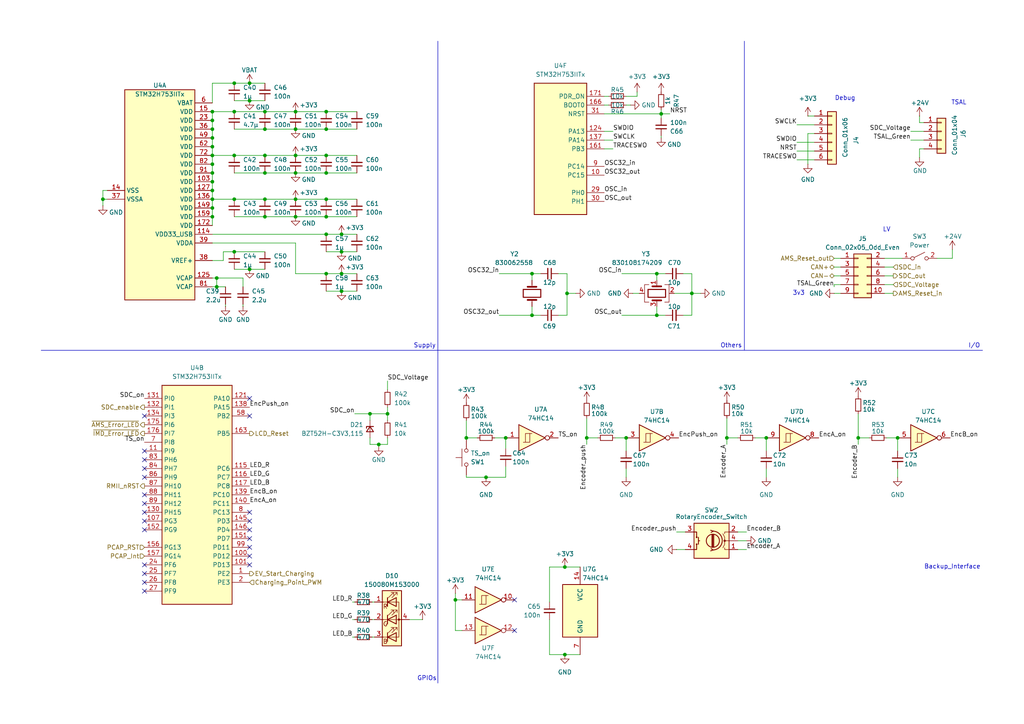
<source format=kicad_sch>
(kicad_sch
	(version 20250114)
	(generator "eeschema")
	(generator_version "9.0")
	(uuid "35b8a975-a1f8-4a47-8395-8e1ea283b386")
	(paper "A4")
	
	(text "Supply"
		(exclude_from_sim no)
		(at 123.19 100.33 0)
		(effects
			(font
				(size 1.27 1.27)
			)
		)
		(uuid "131e0615-657c-4f59-929d-0b7601842308")
	)
	(text "Backup_Interface"
		(exclude_from_sim no)
		(at 276.225 164.465 0)
		(effects
			(font
				(size 1.27 1.27)
			)
		)
		(uuid "15d77424-d13c-4f90-9f96-be8bf1adf8cc")
	)
	(text "3v3"
		(exclude_from_sim no)
		(at 229.87 85.09 0)
		(effects
			(font
				(size 1.27 1.27)
			)
			(justify left)
		)
		(uuid "364922e6-446e-413c-878a-bdcedb16435f")
	)
	(text "Debug"
		(exclude_from_sim no)
		(at 245.11 28.575 0)
		(effects
			(font
				(size 1.27 1.27)
			)
		)
		(uuid "79c5fecb-7e44-4b5c-b26a-b9a1ead8d6a7")
	)
	(text "GPIOs"
		(exclude_from_sim no)
		(at 123.825 196.85 0)
		(effects
			(font
				(size 1.27 1.27)
			)
		)
		(uuid "874e0f0d-b925-486e-858d-0f71e7baf11c")
	)
	(text "Others"
		(exclude_from_sim no)
		(at 212.09 100.33 0)
		(effects
			(font
				(size 1.27 1.27)
			)
		)
		(uuid "8c39beda-3239-4b4d-a394-cb66f7a7e4ef")
	)
	(text "LV"
		(exclude_from_sim no)
		(at 257.175 66.675 0)
		(effects
			(font
				(size 1.27 1.27)
			)
		)
		(uuid "8e72c987-571c-4fd1-98e2-d688bb9b9a23")
	)
	(text "TSAL"
		(exclude_from_sim no)
		(at 278.13 29.845 0)
		(effects
			(font
				(size 1.27 1.27)
			)
		)
		(uuid "b0e08e63-728e-465b-a9bb-a2354a70eaa5")
	)
	(text "I/O"
		(exclude_from_sim no)
		(at 282.575 100.33 0)
		(effects
			(font
				(size 1.27 1.27)
			)
		)
		(uuid "f89b8e88-7ad7-41ce-a0a0-f0fc435a26ef")
	)
	(junction
		(at 210.82 127)
		(diameter 0)
		(color 0 0 0 0)
		(uuid "03054f2e-9208-4716-83d7-1967059eae49")
	)
	(junction
		(at 61.595 60.325)
		(diameter 0)
		(color 0 0 0 0)
		(uuid "0639ff6d-0fa4-4a92-9101-ae69b2e89fd2")
	)
	(junction
		(at 135.255 127)
		(diameter 0)
		(color 0 0 0 0)
		(uuid "0da62957-c2c4-4942-91bd-ffb8d4251c5e")
	)
	(junction
		(at 67.945 32.385)
		(diameter 0)
		(color 0 0 0 0)
		(uuid "1277a601-4d5f-42fb-a0c5-a1f18ba0016e")
	)
	(junction
		(at 260.35 127)
		(diameter 0)
		(color 0 0 0 0)
		(uuid "1ec9d057-6b69-4bff-b2f9-d0b216a47459")
	)
	(junction
		(at 181.61 127)
		(diameter 0)
		(color 0 0 0 0)
		(uuid "1fbd7fc5-8c6d-4ada-afcb-22c60ceb9e34")
	)
	(junction
		(at 132.08 173.99)
		(diameter 0)
		(color 0 0 0 0)
		(uuid "2372f2f0-8b6b-4ba0-8156-48184e2d7c4f")
	)
	(junction
		(at 163.83 164.465)
		(diameter 0)
		(color 0 0 0 0)
		(uuid "32af624e-2218-4443-87a1-2186e9d667d8")
	)
	(junction
		(at 170.18 127)
		(diameter 0)
		(color 0 0 0 0)
		(uuid "384fafa7-2dc2-475f-b12a-20aa52e1d930")
	)
	(junction
		(at 112.395 120.015)
		(diameter 0)
		(color 0 0 0 0)
		(uuid "38d409b5-2312-4643-b1fc-fd0131fce598")
	)
	(junction
		(at 67.945 57.785)
		(diameter 0)
		(color 0 0 0 0)
		(uuid "3a44a5b6-35e6-477b-bf34-724cef99df7e")
	)
	(junction
		(at 61.595 32.385)
		(diameter 0)
		(color 0 0 0 0)
		(uuid "3b2e415b-e57a-4f5e-b680-987d6e0ee75d")
	)
	(junction
		(at 76.835 45.085)
		(diameter 0)
		(color 0 0 0 0)
		(uuid "412c5816-2822-46ca-a32f-61cb431bfe1e")
	)
	(junction
		(at 61.595 34.925)
		(diameter 0)
		(color 0 0 0 0)
		(uuid "430d2d22-0f07-45e6-a066-ebb18e98b45d")
	)
	(junction
		(at 94.615 79.375)
		(diameter 0)
		(color 0 0 0 0)
		(uuid "432f5d77-435d-4ec6-8d84-c3578eca972e")
	)
	(junction
		(at 85.725 50.165)
		(diameter 0)
		(color 0 0 0 0)
		(uuid "43f5a8a8-38be-4f74-81aa-71bbc42e5709")
	)
	(junction
		(at 248.92 127)
		(diameter 0)
		(color 0 0 0 0)
		(uuid "46587df5-c4cb-464f-b081-46b2e985f2df")
	)
	(junction
		(at 99.06 84.455)
		(diameter 0)
		(color 0 0 0 0)
		(uuid "4904ae19-57ee-4766-a793-026af6184969")
	)
	(junction
		(at 61.595 57.785)
		(diameter 0)
		(color 0 0 0 0)
		(uuid "4a33e8c1-b15f-4db0-b29d-1dd2148aad9a")
	)
	(junction
		(at 85.725 57.785)
		(diameter 0)
		(color 0 0 0 0)
		(uuid "4bd9b2ee-526d-4e54-8543-852c7a6f1074")
	)
	(junction
		(at 61.595 40.005)
		(diameter 0)
		(color 0 0 0 0)
		(uuid "4bef900f-dc66-42af-b560-e8cc8d6a6bce")
	)
	(junction
		(at 61.595 37.465)
		(diameter 0)
		(color 0 0 0 0)
		(uuid "4c2b925c-0792-420d-8f18-1f562d9b6ba2")
	)
	(junction
		(at 99.06 73.025)
		(diameter 0)
		(color 0 0 0 0)
		(uuid "4ff38491-b732-4bec-930a-4ca407ceb858")
	)
	(junction
		(at 107.315 120.015)
		(diameter 0)
		(color 0 0 0 0)
		(uuid "543660ff-ca23-4fad-8505-bcc3272f30b0")
	)
	(junction
		(at 164.465 85.09)
		(diameter 0)
		(color 0 0 0 0)
		(uuid "556ed635-fced-44e3-845c-f708c990d149")
	)
	(junction
		(at 163.83 189.865)
		(diameter 0)
		(color 0 0 0 0)
		(uuid "57546ade-761b-45ef-9890-daec7eb5d082")
	)
	(junction
		(at 94.615 67.945)
		(diameter 0)
		(color 0 0 0 0)
		(uuid "58f143f7-5a5b-4ff8-89cf-03a63964eb53")
	)
	(junction
		(at 190.5 79.375)
		(diameter 0)
		(color 0 0 0 0)
		(uuid "592f8bd9-4310-4fe4-b840-3718d5a08ff0")
	)
	(junction
		(at 85.725 37.465)
		(diameter 0)
		(color 0 0 0 0)
		(uuid "5a46c399-0f9f-4049-86b9-32bfb792b0a4")
	)
	(junction
		(at 67.945 24.13)
		(diameter 0)
		(color 0 0 0 0)
		(uuid "5ee7831a-b9cd-4699-8b90-ccd7a33a516a")
	)
	(junction
		(at 94.615 62.865)
		(diameter 0)
		(color 0 0 0 0)
		(uuid "62af3ba4-2380-4137-9c4c-8f703fa148db")
	)
	(junction
		(at 222.25 127)
		(diameter 0)
		(color 0 0 0 0)
		(uuid "68357784-7318-43f3-becd-152fcf669e7d")
	)
	(junction
		(at 85.725 32.385)
		(diameter 0)
		(color 0 0 0 0)
		(uuid "6b4ae941-68bd-4806-b564-6051c3e374f6")
	)
	(junction
		(at 61.595 47.625)
		(diameter 0)
		(color 0 0 0 0)
		(uuid "6e7d6e8b-008e-46f2-97bf-300e301fcdc5")
	)
	(junction
		(at 72.39 29.21)
		(diameter 0)
		(color 0 0 0 0)
		(uuid "84972f59-b0b8-441f-aae9-7917b0ac015f")
	)
	(junction
		(at 85.725 45.085)
		(diameter 0)
		(color 0 0 0 0)
		(uuid "84d185bd-171c-460f-91bf-66aa757880e7")
	)
	(junction
		(at 76.835 37.465)
		(diameter 0)
		(color 0 0 0 0)
		(uuid "8a3e42ba-433e-476e-bec8-923cd84f46fb")
	)
	(junction
		(at 62.865 80.645)
		(diameter 0)
		(color 0 0 0 0)
		(uuid "8cfcfbe3-2182-44fe-813d-a0d735c8f663")
	)
	(junction
		(at 61.595 52.705)
		(diameter 0)
		(color 0 0 0 0)
		(uuid "93864b3d-3224-4702-bf3d-2ed04340069c")
	)
	(junction
		(at 99.06 79.375)
		(diameter 0)
		(color 0 0 0 0)
		(uuid "9e0818cf-2913-43d0-81ad-5fd7c6a3ddb1")
	)
	(junction
		(at 140.97 138.43)
		(diameter 0)
		(color 0 0 0 0)
		(uuid "a2af58c6-5f1e-4b3e-b0c0-12a279005486")
	)
	(junction
		(at 76.835 50.165)
		(diameter 0)
		(color 0 0 0 0)
		(uuid "a8da62c7-b5b2-4a05-8568-ce944b258201")
	)
	(junction
		(at 190.5 91.44)
		(diameter 0)
		(color 0 0 0 0)
		(uuid "ac9f37a4-8446-4a5b-a6ff-9f608799a097")
	)
	(junction
		(at 61.595 50.165)
		(diameter 0)
		(color 0 0 0 0)
		(uuid "b510fd1a-117a-465f-a751-9a561bd2ac96")
	)
	(junction
		(at 61.595 42.545)
		(diameter 0)
		(color 0 0 0 0)
		(uuid "b530e2a2-741c-4c76-ace0-7d60e6d206ce")
	)
	(junction
		(at 94.615 57.785)
		(diameter 0)
		(color 0 0 0 0)
		(uuid "bca7b570-75fa-40a7-a5dd-b415eee9e6fa")
	)
	(junction
		(at 94.615 50.165)
		(diameter 0)
		(color 0 0 0 0)
		(uuid "bcf0274b-9b82-4ddd-b442-da13a9d22e46")
	)
	(junction
		(at 67.945 73.025)
		(diameter 0)
		(color 0 0 0 0)
		(uuid "bdeb1722-eb35-4647-a7e0-350ed2e01785")
	)
	(junction
		(at 200.66 85.09)
		(diameter 0)
		(color 0 0 0 0)
		(uuid "c2234057-b903-484a-a2e3-a32a8859901c")
	)
	(junction
		(at 85.725 62.865)
		(diameter 0)
		(color 0 0 0 0)
		(uuid "c55b6c0a-705b-4ad7-afc8-beda683bc62e")
	)
	(junction
		(at 67.945 45.085)
		(diameter 0)
		(color 0 0 0 0)
		(uuid "ced6b67c-b589-447b-b173-eb3d5278bd77")
	)
	(junction
		(at 99.06 67.945)
		(diameter 0)
		(color 0 0 0 0)
		(uuid "ceeeb9fd-c3cf-438c-9822-df85739f3524")
	)
	(junction
		(at 191.77 33.02)
		(diameter 0)
		(color 0 0 0 0)
		(uuid "d01fb329-49c1-4312-9a86-8c2522e92a75")
	)
	(junction
		(at 62.865 83.185)
		(diameter 0)
		(color 0 0 0 0)
		(uuid "d0df2f86-54f0-4bae-b213-b29ec835bcc8")
	)
	(junction
		(at 72.39 24.13)
		(diameter 0)
		(color 0 0 0 0)
		(uuid "d181dd89-adb0-44ef-b5de-42f46220a519")
	)
	(junction
		(at 154.305 91.44)
		(diameter 0)
		(color 0 0 0 0)
		(uuid "d62f36d0-5342-483c-96b2-d979dd1cfd28")
	)
	(junction
		(at 154.305 79.375)
		(diameter 0)
		(color 0 0 0 0)
		(uuid "d7b6fc6c-855c-4ad5-b8db-ffb1631d4d8e")
	)
	(junction
		(at 29.845 57.785)
		(diameter 0)
		(color 0 0 0 0)
		(uuid "da4a391a-8756-4bbe-ad5d-6a5d7cc0698f")
	)
	(junction
		(at 72.39 78.105)
		(diameter 0)
		(color 0 0 0 0)
		(uuid "dc976682-daa7-427b-b632-e4e6f1b2f4a5")
	)
	(junction
		(at 146.685 127)
		(diameter 0)
		(color 0 0 0 0)
		(uuid "ddd035ed-81df-49e3-9245-82755440f4a5")
	)
	(junction
		(at 61.595 55.245)
		(diameter 0)
		(color 0 0 0 0)
		(uuid "e0d34c7c-a2c8-4d45-a4be-7edc074c7759")
	)
	(junction
		(at 94.615 32.385)
		(diameter 0)
		(color 0 0 0 0)
		(uuid "e6ae9a3e-d48c-4e18-9235-74fe81b4c978")
	)
	(junction
		(at 61.595 62.865)
		(diameter 0)
		(color 0 0 0 0)
		(uuid "eea696d1-0980-4f7d-9ba9-1ff3dcb2b606")
	)
	(junction
		(at 76.835 57.785)
		(diameter 0)
		(color 0 0 0 0)
		(uuid "f3f74bf6-10b1-4218-bfb6-61ef3118c054")
	)
	(junction
		(at 76.835 62.865)
		(diameter 0)
		(color 0 0 0 0)
		(uuid "f5150f2b-4683-49e5-a470-3066104142ee")
	)
	(junction
		(at 61.595 45.085)
		(diameter 0)
		(color 0 0 0 0)
		(uuid "f5abb69e-3023-40b6-8c88-ffed31815111")
	)
	(junction
		(at 76.835 32.385)
		(diameter 0)
		(color 0 0 0 0)
		(uuid "f71381d7-d154-4117-8ffa-0d9e641e8953")
	)
	(junction
		(at 94.615 45.085)
		(diameter 0)
		(color 0 0 0 0)
		(uuid "fa07ce36-60e8-4ebb-8b80-5cc0f863054d")
	)
	(junction
		(at 94.615 37.465)
		(diameter 0)
		(color 0 0 0 0)
		(uuid "fea021c6-6169-4cbd-bd9b-0c0e6e7bdfc0")
	)
	(junction
		(at 109.855 128.905)
		(diameter 0)
		(color 0 0 0 0)
		(uuid "fee4a54d-fd10-4b4f-97f2-238b76d9efae")
	)
	(no_connect
		(at 72.39 161.29)
		(uuid "0576ea35-f83d-4e20-b983-4c8b7d9509b4")
	)
	(no_connect
		(at 72.39 153.67)
		(uuid "0979849e-710e-47b6-86d7-e9c688b9aa11")
	)
	(no_connect
		(at 41.91 168.91)
		(uuid "1ab33352-5df0-41d3-8a2b-70622302d93e")
	)
	(no_connect
		(at 149.225 182.88)
		(uuid "29403ca2-cc18-4015-b634-200487c369b9")
	)
	(no_connect
		(at 72.39 163.83)
		(uuid "4410c5c1-a77d-4511-a747-adf545451880")
	)
	(no_connect
		(at 72.39 156.21)
		(uuid "4f5fb956-ecd3-4e6a-b104-4f11672ec02d")
	)
	(no_connect
		(at 72.39 115.57)
		(uuid "554342c8-e8a6-401a-9844-51d2683b8c11")
	)
	(no_connect
		(at 72.39 148.59)
		(uuid "56d7413a-87a1-4ad6-8dbd-0da9468a8192")
	)
	(no_connect
		(at 41.91 153.67)
		(uuid "5cb0fac4-5588-43dd-a51e-c4f003bc7824")
	)
	(no_connect
		(at 41.91 148.59)
		(uuid "69384793-4239-403d-874d-b47a9ebff07d")
	)
	(no_connect
		(at 41.91 171.45)
		(uuid "7e0e686d-2fb2-4695-9b96-f6d8257bde24")
	)
	(no_connect
		(at 41.91 143.51)
		(uuid "83226d1a-7a17-4132-bafe-0c6aa7a29673")
	)
	(no_connect
		(at 149.225 173.99)
		(uuid "8cf95af1-9033-42fe-8297-3430137568f8")
	)
	(no_connect
		(at 72.39 151.13)
		(uuid "96871d32-c453-42c5-bf6f-f37ed9c4897b")
	)
	(no_connect
		(at 41.91 120.65)
		(uuid "bf91d5ab-3192-49f6-a0f3-cb8a4dc750a6")
	)
	(no_connect
		(at 41.91 166.37)
		(uuid "c047b6c2-2357-4733-8e67-2cd2475b6982")
	)
	(no_connect
		(at 41.91 138.43)
		(uuid "c17d3ccd-81ba-4fdd-af5d-4cffde13a405")
	)
	(no_connect
		(at 41.91 133.35)
		(uuid "c2dec42b-d8b6-4fba-8ad8-3058ad41867c")
	)
	(no_connect
		(at 41.91 130.81)
		(uuid "cb35255e-15c1-4414-bab0-36e7e6123437")
	)
	(no_connect
		(at 72.39 120.65)
		(uuid "cf225bd0-a812-4259-9c6d-76bce07b2df2")
	)
	(no_connect
		(at 41.91 135.89)
		(uuid "cf870591-39f4-4cb8-9b41-ec579bc32917")
	)
	(no_connect
		(at 41.91 151.13)
		(uuid "d187bd36-9147-40e9-9890-05ffb8be5838")
	)
	(no_connect
		(at 41.91 146.05)
		(uuid "e0470519-9119-4305-bb41-2d8661a35767")
	)
	(no_connect
		(at 72.39 158.75)
		(uuid "e38f9f38-fab1-4a5d-8735-35ab6dacc3c2")
	)
	(no_connect
		(at 41.91 163.83)
		(uuid "e3a1c579-c1e8-4e0a-be47-865c53293241")
	)
	(wire
		(pts
			(xy 29.845 55.245) (xy 29.845 57.785)
		)
		(stroke
			(width 0)
			(type default)
		)
		(uuid "032e93c1-425f-4fcb-aba6-03ae1c74082b")
	)
	(wire
		(pts
			(xy 61.595 50.165) (xy 61.595 52.705)
		)
		(stroke
			(width 0)
			(type default)
		)
		(uuid "04debeef-549a-4c39-927b-69f1f0139e70")
	)
	(wire
		(pts
			(xy 102.235 184.785) (xy 102.87 184.785)
		)
		(stroke
			(width 0)
			(type default)
		)
		(uuid "05c2eb4c-a567-4a7b-9a8b-6cba89516905")
	)
	(wire
		(pts
			(xy 163.83 164.465) (xy 159.385 164.465)
		)
		(stroke
			(width 0)
			(type default)
		)
		(uuid "07a82d9a-9ca8-4d08-8726-f180541b7083")
	)
	(wire
		(pts
			(xy 94.615 84.455) (xy 99.06 84.455)
		)
		(stroke
			(width 0)
			(type default)
		)
		(uuid "0897e0f0-120b-400e-bb14-897e40e7b02d")
	)
	(wire
		(pts
			(xy 61.595 45.085) (xy 61.595 47.625)
		)
		(stroke
			(width 0)
			(type default)
		)
		(uuid "097118d6-edc8-4348-b70f-10344c435092")
	)
	(wire
		(pts
			(xy 276.225 74.93) (xy 271.78 74.93)
		)
		(stroke
			(width 0)
			(type default)
		)
		(uuid "0abfaed6-42e2-4ebd-ac06-07b93585aba9")
	)
	(wire
		(pts
			(xy 210.82 121.285) (xy 210.82 127)
		)
		(stroke
			(width 0)
			(type default)
		)
		(uuid "0acb257e-2494-4ba3-9e68-77f675c74b58")
	)
	(wire
		(pts
			(xy 132.08 173.99) (xy 133.985 173.99)
		)
		(stroke
			(width 0)
			(type default)
		)
		(uuid "0c12a21c-7010-4ff8-acfb-f02a5c09dbb8")
	)
	(wire
		(pts
			(xy 164.465 79.375) (xy 161.925 79.375)
		)
		(stroke
			(width 0)
			(type default)
		)
		(uuid "0f6e8366-0d81-4da7-9f30-62173a06d853")
	)
	(wire
		(pts
			(xy 144.78 91.44) (xy 154.305 91.44)
		)
		(stroke
			(width 0)
			(type default)
		)
		(uuid "0f761e8c-44a9-43ba-8303-ba52fba04da2")
	)
	(wire
		(pts
			(xy 94.615 32.385) (xy 103.505 32.385)
		)
		(stroke
			(width 0)
			(type default)
		)
		(uuid "0fa1f5e0-0ffe-4f7d-bf74-e541cdb35448")
	)
	(wire
		(pts
			(xy 67.945 29.21) (xy 72.39 29.21)
		)
		(stroke
			(width 0)
			(type default)
		)
		(uuid "104524c5-4e85-46bb-8fcf-6e42d9b60b65")
	)
	(wire
		(pts
			(xy 196.215 154.305) (xy 198.755 154.305)
		)
		(stroke
			(width 0)
			(type default)
		)
		(uuid "10bcdded-64db-4cbe-937c-70873d7cfb8e")
	)
	(wire
		(pts
			(xy 154.305 88.9) (xy 154.305 91.44)
		)
		(stroke
			(width 0)
			(type default)
		)
		(uuid "11e88f10-3504-432d-b8ed-d3a2e1236c08")
	)
	(wire
		(pts
			(xy 159.385 179.705) (xy 159.385 189.865)
		)
		(stroke
			(width 0)
			(type default)
		)
		(uuid "12993ed2-1dc1-4d0e-86ff-959c1d8c40f6")
	)
	(wire
		(pts
			(xy 156.845 79.375) (xy 154.305 79.375)
		)
		(stroke
			(width 0)
			(type default)
		)
		(uuid "13465972-5b15-4360-a8d8-10dafd7f715f")
	)
	(wire
		(pts
			(xy 61.595 80.645) (xy 62.865 80.645)
		)
		(stroke
			(width 0)
			(type default)
		)
		(uuid "148b4878-4176-450e-a5d5-e6bfe383516f")
	)
	(wire
		(pts
			(xy 276.225 72.39) (xy 276.225 74.93)
		)
		(stroke
			(width 0)
			(type default)
		)
		(uuid "149f6158-2d55-4904-9005-6a7af8f5b0bd")
	)
	(wire
		(pts
			(xy 61.595 70.485) (xy 85.725 70.485)
		)
		(stroke
			(width 0)
			(type default)
		)
		(uuid "17aaff2b-efe1-44db-8c2b-80df99259895")
	)
	(wire
		(pts
			(xy 266.7 45.72) (xy 266.7 43.18)
		)
		(stroke
			(width 0)
			(type default)
		)
		(uuid "17af4a42-5d6e-4b1d-a623-823e298f89ff")
	)
	(wire
		(pts
			(xy 248.92 120.015) (xy 248.92 127)
		)
		(stroke
			(width 0)
			(type default)
		)
		(uuid "189cc12e-17f9-4ac7-a5e3-046d825e6b14")
	)
	(wire
		(pts
			(xy 99.06 67.945) (xy 103.505 67.945)
		)
		(stroke
			(width 0)
			(type default)
		)
		(uuid "1a1d5fa7-6a93-453f-bf03-bdc034a2e77b")
	)
	(wire
		(pts
			(xy 94.615 57.785) (xy 103.505 57.785)
		)
		(stroke
			(width 0)
			(type default)
		)
		(uuid "1c4dff5e-c946-4edf-b17e-21144a60469e")
	)
	(wire
		(pts
			(xy 241.935 77.47) (xy 243.84 77.47)
		)
		(stroke
			(width 0)
			(type default)
		)
		(uuid "1d2e0e02-2515-4d66-aeb3-65162d89a3f4")
	)
	(wire
		(pts
			(xy 184.785 27.94) (xy 181.61 27.94)
		)
		(stroke
			(width 0)
			(type default)
		)
		(uuid "1f04f8da-308f-4d4b-b645-ba6a9e3ab5d0")
	)
	(wire
		(pts
			(xy 76.835 32.385) (xy 85.725 32.385)
		)
		(stroke
			(width 0)
			(type default)
		)
		(uuid "1faf3668-c96e-4421-a896-b7c77f08f668")
	)
	(wire
		(pts
			(xy 61.595 83.185) (xy 62.865 83.185)
		)
		(stroke
			(width 0)
			(type default)
		)
		(uuid "1ffb5664-1168-4c3c-85d6-4fdbdf0c4e6e")
	)
	(wire
		(pts
			(xy 264.16 38.1) (xy 267.97 38.1)
		)
		(stroke
			(width 0)
			(type default)
		)
		(uuid "24d23fd4-dde8-468b-82b9-b8390fc82a84")
	)
	(wire
		(pts
			(xy 135.255 121.92) (xy 135.255 127)
		)
		(stroke
			(width 0)
			(type default)
		)
		(uuid "24dd2109-d885-4f25-9b95-438c9c83cf53")
	)
	(wire
		(pts
			(xy 180.34 91.44) (xy 190.5 91.44)
		)
		(stroke
			(width 0)
			(type default)
		)
		(uuid "253dfb7b-e994-492e-9366-0b579cd2b921")
	)
	(wire
		(pts
			(xy 175.26 43.18) (xy 177.8 43.18)
		)
		(stroke
			(width 0)
			(type default)
		)
		(uuid "2648ca35-0d3b-41fc-a0c7-4426c47646af")
	)
	(wire
		(pts
			(xy 178.435 127) (xy 181.61 127)
		)
		(stroke
			(width 0)
			(type default)
		)
		(uuid "2648ed24-8d46-4019-81af-59cb3d3be6ef")
	)
	(wire
		(pts
			(xy 191.77 31.75) (xy 191.77 33.02)
		)
		(stroke
			(width 0)
			(type default)
		)
		(uuid "26c33951-823a-4537-8b37-6d067360a301")
	)
	(wire
		(pts
			(xy 112.395 128.905) (xy 112.395 127)
		)
		(stroke
			(width 0)
			(type default)
		)
		(uuid "2c4f26c5-5c63-4935-8730-31c29fa84cce")
	)
	(wire
		(pts
			(xy 181.61 127) (xy 181.61 130.81)
		)
		(stroke
			(width 0)
			(type default)
		)
		(uuid "2cdd5f51-0d96-4792-81bb-d51b64b09cb3")
	)
	(wire
		(pts
			(xy 61.595 24.13) (xy 67.945 24.13)
		)
		(stroke
			(width 0)
			(type default)
		)
		(uuid "309416c5-01a5-479d-b151-4aa15c679aae")
	)
	(wire
		(pts
			(xy 85.725 79.375) (xy 94.615 79.375)
		)
		(stroke
			(width 0)
			(type default)
		)
		(uuid "310b3c16-f636-42e3-92d9-8323bba36848")
	)
	(wire
		(pts
			(xy 76.835 37.465) (xy 85.725 37.465)
		)
		(stroke
			(width 0)
			(type default)
		)
		(uuid "330ea2aa-85e8-4ceb-99f4-7100f8ce0417")
	)
	(wire
		(pts
			(xy 191.77 33.02) (xy 194.31 33.02)
		)
		(stroke
			(width 0)
			(type default)
		)
		(uuid "347806f3-c012-4e14-b373-8933bd8734e0")
	)
	(wire
		(pts
			(xy 76.835 57.785) (xy 85.725 57.785)
		)
		(stroke
			(width 0)
			(type default)
		)
		(uuid "36d2f170-42d7-42b6-bedf-1e807c2cdfa4")
	)
	(wire
		(pts
			(xy 132.08 182.88) (xy 133.985 182.88)
		)
		(stroke
			(width 0)
			(type default)
		)
		(uuid "37e53374-fbe2-4c94-9df6-af2d252aceb1")
	)
	(wire
		(pts
			(xy 61.595 42.545) (xy 61.595 45.085)
		)
		(stroke
			(width 0)
			(type default)
		)
		(uuid "3ef07bc0-0d1b-4958-a3ce-4224cfe09f5c")
	)
	(wire
		(pts
			(xy 175.26 30.48) (xy 176.53 30.48)
		)
		(stroke
			(width 0)
			(type default)
		)
		(uuid "403943a3-7606-4350-b9f9-7a83a426e950")
	)
	(wire
		(pts
			(xy 107.315 120.015) (xy 107.315 121.92)
		)
		(stroke
			(width 0)
			(type default)
		)
		(uuid "40f3fbab-c25f-4c9a-a6ab-fb4449cf418a")
	)
	(wire
		(pts
			(xy 67.945 73.025) (xy 76.835 73.025)
		)
		(stroke
			(width 0)
			(type default)
		)
		(uuid "41a4017a-ed14-481c-94d2-358f975fdabf")
	)
	(wire
		(pts
			(xy 146.685 135.255) (xy 146.685 138.43)
		)
		(stroke
			(width 0)
			(type default)
		)
		(uuid "42a6c1c1-0bec-4a64-ba97-022485632b2c")
	)
	(wire
		(pts
			(xy 196.215 159.385) (xy 198.755 159.385)
		)
		(stroke
			(width 0)
			(type default)
		)
		(uuid "45efd4b5-380f-4cd4-904f-cf4fa9f9daec")
	)
	(wire
		(pts
			(xy 99.06 79.375) (xy 103.505 79.375)
		)
		(stroke
			(width 0)
			(type default)
		)
		(uuid "4744999c-668b-4ef7-aadc-3605c6b773bc")
	)
	(wire
		(pts
			(xy 241.935 82.55) (xy 243.84 82.55)
		)
		(stroke
			(width 0)
			(type default)
		)
		(uuid "4a8c75fc-97c8-4a4c-ae30-d2dd3740701b")
	)
	(wire
		(pts
			(xy 94.615 67.945) (xy 99.06 67.945)
		)
		(stroke
			(width 0)
			(type default)
		)
		(uuid "4b920d01-933a-491c-99e7-03b14beb823a")
	)
	(wire
		(pts
			(xy 31.115 57.785) (xy 29.845 57.785)
		)
		(stroke
			(width 0)
			(type default)
		)
		(uuid "4d5c3bc0-56ca-42fc-9e4b-f425c7170797")
	)
	(wire
		(pts
			(xy 64.77 75.565) (xy 64.77 73.025)
		)
		(stroke
			(width 0)
			(type default)
		)
		(uuid "50907a1c-ae3b-4cb2-8b1f-a2bbd698e6e7")
	)
	(wire
		(pts
			(xy 164.465 85.09) (xy 164.465 79.375)
		)
		(stroke
			(width 0)
			(type default)
		)
		(uuid "50b98742-cad0-4c19-a7a0-a62a29ac5fcc")
	)
	(wire
		(pts
			(xy 260.35 135.89) (xy 260.35 138.43)
		)
		(stroke
			(width 0)
			(type default)
		)
		(uuid "5248ae66-747b-402d-b1e1-3923ddbceb53")
	)
	(wire
		(pts
			(xy 109.855 129.54) (xy 109.855 128.905)
		)
		(stroke
			(width 0)
			(type default)
		)
		(uuid "55392592-7026-4f7e-ac69-d16b34d6c332")
	)
	(wire
		(pts
			(xy 193.04 79.375) (xy 190.5 79.375)
		)
		(stroke
			(width 0)
			(type default)
		)
		(uuid "555e9d66-742b-4eec-a060-e02888a73929")
	)
	(wire
		(pts
			(xy 175.26 38.1) (xy 177.8 38.1)
		)
		(stroke
			(width 0)
			(type default)
		)
		(uuid "57d04a43-6d2e-4867-91ea-a8b774abf2a0")
	)
	(wire
		(pts
			(xy 190.5 79.375) (xy 190.5 81.28)
		)
		(stroke
			(width 0)
			(type default)
		)
		(uuid "5a7fb71b-fa03-4ad2-9d6d-61e0ee9e0398")
	)
	(wire
		(pts
			(xy 72.39 78.105) (xy 76.835 78.105)
		)
		(stroke
			(width 0)
			(type default)
		)
		(uuid "5aff9e20-a3fa-44e2-b265-1bacc7296e59")
	)
	(polyline
		(pts
			(xy 215.9 11.938) (xy 215.9 101.6)
		)
		(stroke
			(width 0)
			(type default)
		)
		(uuid "5d5a5bf6-27d1-48b9-96a5-b3ec58aa8e29")
	)
	(wire
		(pts
			(xy 191.77 34.29) (xy 191.77 33.02)
		)
		(stroke
			(width 0)
			(type default)
		)
		(uuid "60b71a6b-1157-4946-bc97-0a3329be562e")
	)
	(wire
		(pts
			(xy 163.83 189.865) (xy 168.275 189.865)
		)
		(stroke
			(width 0)
			(type default)
		)
		(uuid "6135ec72-54f1-443e-a5b5-c37342bd387e")
	)
	(wire
		(pts
			(xy 107.95 179.705) (xy 108.585 179.705)
		)
		(stroke
			(width 0)
			(type default)
		)
		(uuid "62b842d4-cccf-48c1-93fb-672495a4281c")
	)
	(wire
		(pts
			(xy 85.725 32.385) (xy 94.615 32.385)
		)
		(stroke
			(width 0)
			(type default)
		)
		(uuid "6303d52b-100d-46f3-a928-30836b82f1cc")
	)
	(wire
		(pts
			(xy 94.615 50.165) (xy 103.505 50.165)
		)
		(stroke
			(width 0)
			(type default)
		)
		(uuid "6396b971-f44f-406f-9e4e-0613cb6bf000")
	)
	(wire
		(pts
			(xy 135.255 127.635) (xy 135.255 127)
		)
		(stroke
			(width 0)
			(type default)
		)
		(uuid "64e3a189-c1ad-459d-995d-a0035f523f27")
	)
	(wire
		(pts
			(xy 112.395 120.015) (xy 107.315 120.015)
		)
		(stroke
			(width 0)
			(type default)
		)
		(uuid "6625ace8-7df0-49fe-be18-552f69797353")
	)
	(wire
		(pts
			(xy 72.39 24.13) (xy 76.835 24.13)
		)
		(stroke
			(width 0)
			(type default)
		)
		(uuid "67d92ab7-6b27-413e-9d68-7d1c5c2811e8")
	)
	(wire
		(pts
			(xy 67.945 37.465) (xy 76.835 37.465)
		)
		(stroke
			(width 0)
			(type default)
		)
		(uuid "6806237e-7ade-4701-8b03-154f1dcd585d")
	)
	(wire
		(pts
			(xy 62.865 80.645) (xy 62.865 83.185)
		)
		(stroke
			(width 0)
			(type default)
		)
		(uuid "699dd2c1-53e2-49fe-bbd5-cf80b6de5d61")
	)
	(wire
		(pts
			(xy 61.595 57.785) (xy 61.595 60.325)
		)
		(stroke
			(width 0)
			(type default)
		)
		(uuid "6a586c9f-68a8-4812-82a9-a5e31d2a3515")
	)
	(wire
		(pts
			(xy 170.18 121.285) (xy 170.18 127)
		)
		(stroke
			(width 0)
			(type default)
		)
		(uuid "6be6246e-4199-4714-be23-b158dcd26c83")
	)
	(wire
		(pts
			(xy 118.745 179.705) (xy 122.555 179.705)
		)
		(stroke
			(width 0)
			(type default)
		)
		(uuid "6d45df03-d4db-468d-b940-85424d61490f")
	)
	(wire
		(pts
			(xy 184.785 26.67) (xy 184.785 27.94)
		)
		(stroke
			(width 0)
			(type default)
		)
		(uuid "6d4f3bce-43e5-4382-80fd-e1bf727cadaf")
	)
	(wire
		(pts
			(xy 264.16 40.64) (xy 267.97 40.64)
		)
		(stroke
			(width 0)
			(type default)
		)
		(uuid "6e4c3d8c-0039-454c-9ed5-ebed97a25dfd")
	)
	(wire
		(pts
			(xy 200.66 91.44) (xy 200.66 85.09)
		)
		(stroke
			(width 0)
			(type default)
		)
		(uuid "6e65cf2f-79a8-42d3-a1d9-dc3348bdfd63")
	)
	(wire
		(pts
			(xy 260.35 127) (xy 260.35 130.81)
		)
		(stroke
			(width 0)
			(type default)
		)
		(uuid "6ef6778b-bc85-4d70-ac90-14af113f39b0")
	)
	(wire
		(pts
			(xy 234.315 38.735) (xy 236.22 38.735)
		)
		(stroke
			(width 0)
			(type default)
		)
		(uuid "6f73b510-add9-447a-a656-606690f47875")
	)
	(wire
		(pts
			(xy 190.5 91.44) (xy 193.04 91.44)
		)
		(stroke
			(width 0)
			(type default)
		)
		(uuid "703d9349-c8a4-4a59-8d3d-5b12a6be4b90")
	)
	(wire
		(pts
			(xy 181.61 135.89) (xy 181.61 138.43)
		)
		(stroke
			(width 0)
			(type default)
		)
		(uuid "72e34599-0c42-46a0-9c0b-77a570bf18de")
	)
	(wire
		(pts
			(xy 64.77 73.025) (xy 67.945 73.025)
		)
		(stroke
			(width 0)
			(type default)
		)
		(uuid "73b6ecd5-6c6d-4016-bd27-0a2d8d9f1dcb")
	)
	(wire
		(pts
			(xy 222.25 135.89) (xy 222.25 138.43)
		)
		(stroke
			(width 0)
			(type default)
		)
		(uuid "758d34b8-5e0c-4d3e-a8e7-0bf6f0655aa8")
	)
	(wire
		(pts
			(xy 94.615 79.375) (xy 99.06 79.375)
		)
		(stroke
			(width 0)
			(type default)
		)
		(uuid "75c1b770-6d91-48ed-b5bb-2a7474ec1302")
	)
	(wire
		(pts
			(xy 109.855 128.905) (xy 112.395 128.905)
		)
		(stroke
			(width 0)
			(type default)
		)
		(uuid "7914a7e9-5528-4149-9398-b8c7534f01a7")
	)
	(wire
		(pts
			(xy 94.615 37.465) (xy 103.505 37.465)
		)
		(stroke
			(width 0)
			(type default)
		)
		(uuid "79b4f1a0-ad3e-42ad-8d4d-96fdacee2d98")
	)
	(wire
		(pts
			(xy 61.595 75.565) (xy 64.77 75.565)
		)
		(stroke
			(width 0)
			(type default)
		)
		(uuid "7af938fc-d107-4e8b-b420-77fc02771c52")
	)
	(wire
		(pts
			(xy 219.075 127) (xy 222.25 127)
		)
		(stroke
			(width 0)
			(type default)
		)
		(uuid "839b782e-28ab-428d-b1be-7822af7b71cb")
	)
	(wire
		(pts
			(xy 180.34 79.375) (xy 190.5 79.375)
		)
		(stroke
			(width 0)
			(type default)
		)
		(uuid "83a55d68-4ab7-4179-9354-0c5cc77b1c73")
	)
	(wire
		(pts
			(xy 76.835 50.165) (xy 85.725 50.165)
		)
		(stroke
			(width 0)
			(type default)
		)
		(uuid "84e3fdd0-3727-441e-a756-9e0c64b0f45f")
	)
	(polyline
		(pts
			(xy 127 11.938) (xy 127 101.6)
		)
		(stroke
			(width 0)
			(type default)
		)
		(uuid "84f38b85-0f5d-4a4b-80bb-696a14d4aafa")
	)
	(wire
		(pts
			(xy 140.97 138.43) (xy 146.685 138.43)
		)
		(stroke
			(width 0)
			(type default)
		)
		(uuid "86313ec9-c45c-40da-8b43-e3bfab508203")
	)
	(wire
		(pts
			(xy 248.92 127) (xy 252.095 127)
		)
		(stroke
			(width 0)
			(type default)
		)
		(uuid "86947a20-bfbb-470f-ade3-d9f6007b69ac")
	)
	(wire
		(pts
			(xy 175.26 40.64) (xy 177.8 40.64)
		)
		(stroke
			(width 0)
			(type default)
		)
		(uuid "88b8f5b6-3715-41e0-a3a8-0d0e3a6c1e02")
	)
	(wire
		(pts
			(xy 168.275 164.465) (xy 163.83 164.465)
		)
		(stroke
			(width 0)
			(type default)
		)
		(uuid "89e32d00-bc94-4885-82e0-5dd30728688e")
	)
	(wire
		(pts
			(xy 61.595 67.945) (xy 94.615 67.945)
		)
		(stroke
			(width 0)
			(type default)
		)
		(uuid "8b6d86c8-a76b-4172-a3e3-318a9ff50aa3")
	)
	(polyline
		(pts
			(xy 127 101.6) (xy 127 198.12)
		)
		(stroke
			(width 0)
			(type default)
		)
		(uuid "8bcf0b4a-6f01-4a5f-b0f5-c84531e850c3")
	)
	(wire
		(pts
			(xy 210.82 127) (xy 213.995 127)
		)
		(stroke
			(width 0)
			(type default)
		)
		(uuid "8c3414c8-1f18-4d52-9d18-92efb010e968")
	)
	(wire
		(pts
			(xy 102.235 174.625) (xy 102.87 174.625)
		)
		(stroke
			(width 0)
			(type default)
		)
		(uuid "8ebbf762-fbce-49fe-bfeb-dcdacafb24c4")
	)
	(wire
		(pts
			(xy 231.14 41.275) (xy 236.22 41.275)
		)
		(stroke
			(width 0)
			(type default)
		)
		(uuid "9010c615-b8dc-48be-91ed-68e32181e1d7")
	)
	(wire
		(pts
			(xy 190.5 88.9) (xy 190.5 91.44)
		)
		(stroke
			(width 0)
			(type default)
		)
		(uuid "901b9b2d-ac73-44b7-895b-ec05897b6639")
	)
	(wire
		(pts
			(xy 200.66 85.09) (xy 203.2 85.09)
		)
		(stroke
			(width 0)
			(type default)
		)
		(uuid "9093e411-b067-4966-8fa8-328292f3ebea")
	)
	(wire
		(pts
			(xy 61.595 55.245) (xy 61.595 57.785)
		)
		(stroke
			(width 0)
			(type default)
		)
		(uuid "90b8ebde-31c8-4847-a287-5f7fd9675ba3")
	)
	(wire
		(pts
			(xy 243.84 85.09) (xy 241.935 85.09)
		)
		(stroke
			(width 0)
			(type default)
		)
		(uuid "91741062-b740-4586-b9f4-922451ae440c")
	)
	(wire
		(pts
			(xy 170.18 128.905) (xy 170.18 127)
		)
		(stroke
			(width 0)
			(type default)
		)
		(uuid "964c4c95-0edc-42d0-810d-ad4479439d49")
	)
	(wire
		(pts
			(xy 99.06 73.025) (xy 103.505 73.025)
		)
		(stroke
			(width 0)
			(type default)
		)
		(uuid "973662df-2e27-4c95-a259-713a9d128e46")
	)
	(wire
		(pts
			(xy 159.385 164.465) (xy 159.385 174.625)
		)
		(stroke
			(width 0)
			(type default)
		)
		(uuid "978df144-cdde-4d69-8b01-c4fe7024360a")
	)
	(wire
		(pts
			(xy 154.305 91.44) (xy 156.845 91.44)
		)
		(stroke
			(width 0)
			(type default)
		)
		(uuid "97ede80a-b5b1-4149-b441-4a9a24261021")
	)
	(wire
		(pts
			(xy 29.845 57.785) (xy 29.845 59.69)
		)
		(stroke
			(width 0)
			(type default)
		)
		(uuid "98d5f97d-76ee-4339-9fcb-0aad1bffdd91")
	)
	(wire
		(pts
			(xy 266.7 33.655) (xy 266.7 35.56)
		)
		(stroke
			(width 0)
			(type default)
		)
		(uuid "9b45f6d1-d5f6-49df-b13f-a61d564c7e69")
	)
	(wire
		(pts
			(xy 200.66 85.09) (xy 195.58 85.09)
		)
		(stroke
			(width 0)
			(type default)
		)
		(uuid "9cc1ff3f-cefe-4a7e-b237-e926d6edbe05")
	)
	(wire
		(pts
			(xy 266.7 35.56) (xy 267.97 35.56)
		)
		(stroke
			(width 0)
			(type default)
		)
		(uuid "9d514266-0ddd-4350-a00d-f23dcaf52f6f")
	)
	(wire
		(pts
			(xy 107.315 120.015) (xy 102.87 120.015)
		)
		(stroke
			(width 0)
			(type default)
		)
		(uuid "9d8b6b7c-364f-4e1a-8da5-3819b2a08675")
	)
	(wire
		(pts
			(xy 241.935 83.185) (xy 241.935 82.55)
		)
		(stroke
			(width 0)
			(type default)
		)
		(uuid "9f544dbe-c4bf-4ea9-ae26-92987485c5f5")
	)
	(wire
		(pts
			(xy 61.595 47.625) (xy 61.595 50.165)
		)
		(stroke
			(width 0)
			(type default)
		)
		(uuid "9f9ae461-b89c-4786-9861-dda1960da6f7")
	)
	(wire
		(pts
			(xy 67.945 24.13) (xy 72.39 24.13)
		)
		(stroke
			(width 0)
			(type default)
		)
		(uuid "a10ab475-065e-44da-aa1e-4acd1b79678e")
	)
	(wire
		(pts
			(xy 85.725 62.865) (xy 94.615 62.865)
		)
		(stroke
			(width 0)
			(type default)
		)
		(uuid "a1794c33-030e-4353-b243-ecbb43184f8d")
	)
	(wire
		(pts
			(xy 146.685 127) (xy 146.685 130.175)
		)
		(stroke
			(width 0)
			(type default)
		)
		(uuid "a492a2d2-690f-48ce-8b67-44ff70ef9cd0")
	)
	(wire
		(pts
			(xy 94.615 73.025) (xy 99.06 73.025)
		)
		(stroke
			(width 0)
			(type default)
		)
		(uuid "a5b56033-b81b-415f-a7ab-e84f87f8230e")
	)
	(wire
		(pts
			(xy 200.66 85.09) (xy 200.66 79.375)
		)
		(stroke
			(width 0)
			(type default)
		)
		(uuid "a5ffdd7d-d73d-4f19-a48a-67b6dccc47b4")
	)
	(wire
		(pts
			(xy 112.395 113.03) (xy 112.395 110.49)
		)
		(stroke
			(width 0)
			(type default)
		)
		(uuid "a718020f-1fd0-4ca7-bf42-8f95f5bffabc")
	)
	(wire
		(pts
			(xy 175.26 33.02) (xy 191.77 33.02)
		)
		(stroke
			(width 0)
			(type default)
		)
		(uuid "a7538366-43ba-4f57-a90e-c52e3d942daa")
	)
	(wire
		(pts
			(xy 135.255 138.43) (xy 135.255 137.795)
		)
		(stroke
			(width 0)
			(type default)
		)
		(uuid "a87a4e21-be8f-4c97-aa39-590f7357b5aa")
	)
	(wire
		(pts
			(xy 67.945 32.385) (xy 76.835 32.385)
		)
		(stroke
			(width 0)
			(type default)
		)
		(uuid "a904c53b-8e3e-4bc5-a27f-7383e8f2953d")
	)
	(wire
		(pts
			(xy 256.54 74.93) (xy 261.62 74.93)
		)
		(stroke
			(width 0)
			(type default)
		)
		(uuid "aa32e37b-0a16-4d8d-9d0d-b8b5ce96dcc7")
	)
	(wire
		(pts
			(xy 107.315 127) (xy 107.315 128.905)
		)
		(stroke
			(width 0)
			(type default)
		)
		(uuid "ab4c4cc5-a5bf-4039-a008-37765ef8eb1e")
	)
	(wire
		(pts
			(xy 248.92 128.905) (xy 248.92 127)
		)
		(stroke
			(width 0)
			(type default)
		)
		(uuid "abc310cb-857c-4753-b28e-44fa907af802")
	)
	(wire
		(pts
			(xy 85.725 37.465) (xy 94.615 37.465)
		)
		(stroke
			(width 0)
			(type default)
		)
		(uuid "abd2ae2c-7f6e-41ad-b5a6-a31e8ed94f3d")
	)
	(wire
		(pts
			(xy 170.18 127) (xy 173.355 127)
		)
		(stroke
			(width 0)
			(type default)
		)
		(uuid "ac89e3fd-dd43-4a14-8ceb-8cbdca514b96")
	)
	(wire
		(pts
			(xy 67.945 57.785) (xy 76.835 57.785)
		)
		(stroke
			(width 0)
			(type default)
		)
		(uuid "ae0acb81-b15c-450b-a2ac-387ea9ab04b3")
	)
	(wire
		(pts
			(xy 61.595 45.085) (xy 67.945 45.085)
		)
		(stroke
			(width 0)
			(type default)
		)
		(uuid "aff8a17b-3015-4cf1-8e0d-8ef617a730ba")
	)
	(wire
		(pts
			(xy 164.465 85.09) (xy 167.005 85.09)
		)
		(stroke
			(width 0)
			(type default)
		)
		(uuid "b02cc84c-3b43-429e-8e86-e6e1d1ce361b")
	)
	(wire
		(pts
			(xy 61.595 32.385) (xy 61.595 34.925)
		)
		(stroke
			(width 0)
			(type default)
		)
		(uuid "b1ae31fb-1a94-46ff-a0d3-79e8bfa3c878")
	)
	(wire
		(pts
			(xy 85.725 70.485) (xy 85.725 79.375)
		)
		(stroke
			(width 0)
			(type default)
		)
		(uuid "b1dc4209-40df-4759-aea9-c51c8866f739")
	)
	(wire
		(pts
			(xy 72.39 29.21) (xy 76.835 29.21)
		)
		(stroke
			(width 0)
			(type default)
		)
		(uuid "b3d8913f-1aa7-40ac-99a2-1b72070425a2")
	)
	(wire
		(pts
			(xy 185.42 85.09) (xy 183.515 85.09)
		)
		(stroke
			(width 0)
			(type default)
		)
		(uuid "b44ddd19-f7b2-4443-823a-1c3e203348e6")
	)
	(wire
		(pts
			(xy 61.595 40.005) (xy 61.595 42.545)
		)
		(stroke
			(width 0)
			(type default)
		)
		(uuid "b9134148-0f84-422d-a32b-3fcf769797f7")
	)
	(wire
		(pts
			(xy 266.7 43.18) (xy 267.97 43.18)
		)
		(stroke
			(width 0)
			(type default)
		)
		(uuid "ba6006e7-4dd6-47cd-9a49-d472237f9fca")
	)
	(wire
		(pts
			(xy 259.08 80.01) (xy 256.54 80.01)
		)
		(stroke
			(width 0)
			(type default)
		)
		(uuid "be3e7755-9ddd-4e14-bf63-c382e9a0fa96")
	)
	(wire
		(pts
			(xy 257.175 127) (xy 260.35 127)
		)
		(stroke
			(width 0)
			(type default)
		)
		(uuid "be9589eb-4df5-4c13-b58e-20a279090754")
	)
	(wire
		(pts
			(xy 107.315 128.905) (xy 109.855 128.905)
		)
		(stroke
			(width 0)
			(type default)
		)
		(uuid "beb165a9-d64c-4aff-b88c-41b4e6a88514")
	)
	(wire
		(pts
			(xy 62.865 80.645) (xy 70.485 80.645)
		)
		(stroke
			(width 0)
			(type default)
		)
		(uuid "c008e9cf-007f-485c-b484-591705c3da82")
	)
	(wire
		(pts
			(xy 164.465 91.44) (xy 164.465 85.09)
		)
		(stroke
			(width 0)
			(type default)
		)
		(uuid "c05031d1-c5f7-4e32-97ca-5bd564c91da7")
	)
	(wire
		(pts
			(xy 76.835 45.085) (xy 85.725 45.085)
		)
		(stroke
			(width 0)
			(type default)
		)
		(uuid "c1d25501-d3fe-4f7d-9654-beb2d3627ac7")
	)
	(polyline
		(pts
			(xy 11.938 101.6) (xy 284.988 101.6)
		)
		(stroke
			(width 0)
			(type default)
		)
		(uuid "c26f9d12-bed4-45ec-9b5b-c8deae82dbc8")
	)
	(wire
		(pts
			(xy 112.395 121.92) (xy 112.395 120.015)
		)
		(stroke
			(width 0)
			(type default)
		)
		(uuid "c31f2617-caa5-4a7d-990a-868a5a780034")
	)
	(wire
		(pts
			(xy 61.595 29.845) (xy 61.595 24.13)
		)
		(stroke
			(width 0)
			(type default)
		)
		(uuid "c3796c48-a789-4b20-a083-0e1d425deda3")
	)
	(wire
		(pts
			(xy 231.14 36.195) (xy 236.22 36.195)
		)
		(stroke
			(width 0)
			(type default)
		)
		(uuid "c4cc7595-e852-46e0-a31f-7880cd8d32d8")
	)
	(wire
		(pts
			(xy 259.08 77.47) (xy 256.54 77.47)
		)
		(stroke
			(width 0)
			(type default)
		)
		(uuid "c65c5f2c-0fbe-4cfe-bc9d-11f7ed508b7e")
	)
	(wire
		(pts
			(xy 85.725 50.165) (xy 94.615 50.165)
		)
		(stroke
			(width 0)
			(type default)
		)
		(uuid "c669eee8-cc24-42bd-ab09-308673a75537")
	)
	(wire
		(pts
			(xy 70.485 88.265) (xy 70.485 88.9)
		)
		(stroke
			(width 0)
			(type default)
		)
		(uuid "c68610c4-f28d-43f9-bfa1-f701535aa437")
	)
	(wire
		(pts
			(xy 159.385 189.865) (xy 163.83 189.865)
		)
		(stroke
			(width 0)
			(type default)
		)
		(uuid "c6ac5b37-fed8-4471-a7d6-cd08d01fc0c8")
	)
	(wire
		(pts
			(xy 154.305 79.375) (xy 154.305 81.28)
		)
		(stroke
			(width 0)
			(type default)
		)
		(uuid "c746e32e-dd45-4e64-bb62-4f908a2c0b2f")
	)
	(wire
		(pts
			(xy 216.535 154.305) (xy 213.995 154.305)
		)
		(stroke
			(width 0)
			(type default)
		)
		(uuid "c767a549-db88-4047-86e1-262e69804411")
	)
	(wire
		(pts
			(xy 61.595 34.925) (xy 61.595 37.465)
		)
		(stroke
			(width 0)
			(type default)
		)
		(uuid "c7bd5086-ca38-44f5-870f-2f752df89d1b")
	)
	(wire
		(pts
			(xy 62.865 83.185) (xy 65.405 83.185)
		)
		(stroke
			(width 0)
			(type default)
		)
		(uuid "c9797901-fe72-4d45-9646-3d75dc9ecb5e")
	)
	(wire
		(pts
			(xy 67.945 45.085) (xy 76.835 45.085)
		)
		(stroke
			(width 0)
			(type default)
		)
		(uuid "ca072fd7-5b8b-471b-929e-2aa276017629")
	)
	(wire
		(pts
			(xy 234.315 47.625) (xy 234.315 38.735)
		)
		(stroke
			(width 0)
			(type default)
		)
		(uuid "cb602a9a-e333-405a-af64-80e46bab2e85")
	)
	(wire
		(pts
			(xy 112.395 120.015) (xy 112.395 118.11)
		)
		(stroke
			(width 0)
			(type default)
		)
		(uuid "cb9574ab-64dd-46d6-a9d1-512c2e4f69a6")
	)
	(wire
		(pts
			(xy 144.78 79.375) (xy 154.305 79.375)
		)
		(stroke
			(width 0)
			(type default)
		)
		(uuid "cd8fa5a3-5d22-4ddb-bd0b-3b2a0b73f9b3")
	)
	(wire
		(pts
			(xy 61.595 57.785) (xy 67.945 57.785)
		)
		(stroke
			(width 0)
			(type default)
		)
		(uui
... [193721 chars truncated]
</source>
